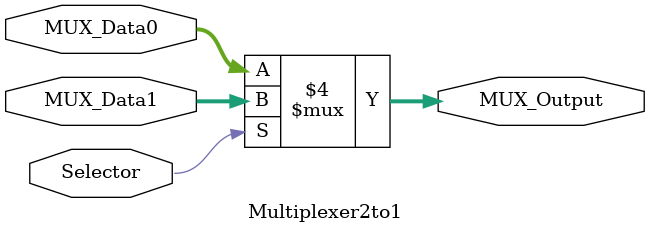
<source format=sv>
/******************************************************************
* Description
*	This is a  an 2to1 multiplexer that can be parameterized in its bit-width.
*
******************************************************************/

module Multiplexer2to1
#(
	parameter NBits=32
)
(
	input Selector,
	input [NBits-1:0] MUX_Data0,
	input [NBits-1:0] MUX_Data1,

	output reg [NBits-1:0] MUX_Output

);

	always@(Selector,MUX_Data1,MUX_Data0) begin
		if(!Selector)
			MUX_Output = MUX_Data0;
		else
			MUX_Output = MUX_Data1;
	end

endmodule

</source>
